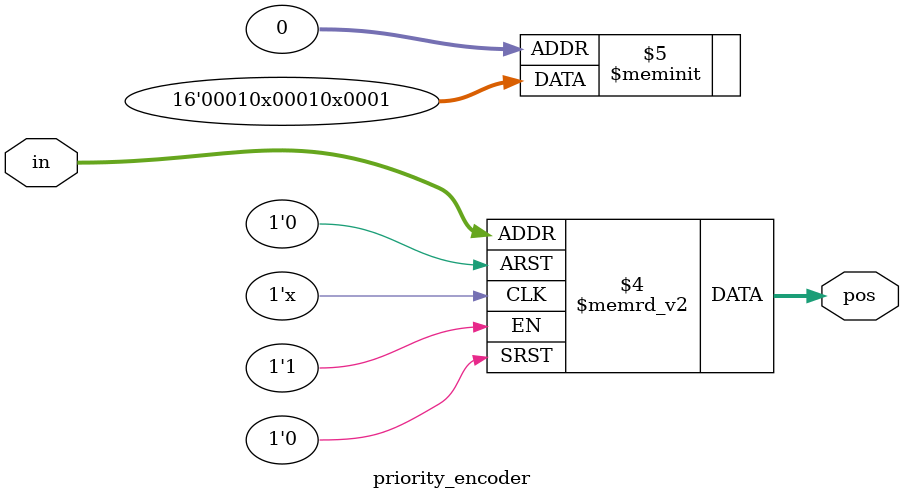
<source format=v>
module priority_encoder( 
input [2:0] in,
output reg [1:0] pos ); 
// When sel=1, assign b to out
always @( in )
    case ( in )
        3'b111: pos = 1'b0;
        3'b110: pos = 1'b1;
        3'b101: pos = 1'bx;
        3'b100: pos = 1'b0;
        3'b011: pos = 1'b1;
        3'b010: pos = 1'bx;
        3'b001: pos = 1'b0;
        3'b000: pos = 1'b1;
        3'b111: pos = 1'bx;
    endcase
endmodule

</source>
